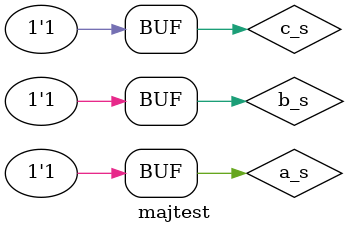
<source format=v>
`timescale 1ns / 1ps

module majtest();

	reg a_s, b_s, c_s;
	wire F_s;
	
	maj maj_s(a_s, b_s, c_s, F_s);
	
	initial begin
		a_s <= 0; b_s <= 0; c_s <= 0;
		#10 a_s <= 0; b_s <= 0; c_s <= 1;
		#10 a_s <= 0; b_s <= 1; c_s <= 0;
		#10 a_s <= 0; b_s <= 1; c_s <= 1;
		#10 a_s <= 1; b_s <= 0; c_s <= 0;
		#10 a_s <= 1; b_s <= 0; c_s <= 1;
		#10 a_s <= 1; b_s <= 1; c_s <= 0;
		#10 a_s <= 1; b_s <= 1; c_s <= 1;
	end

endmodule

</source>
